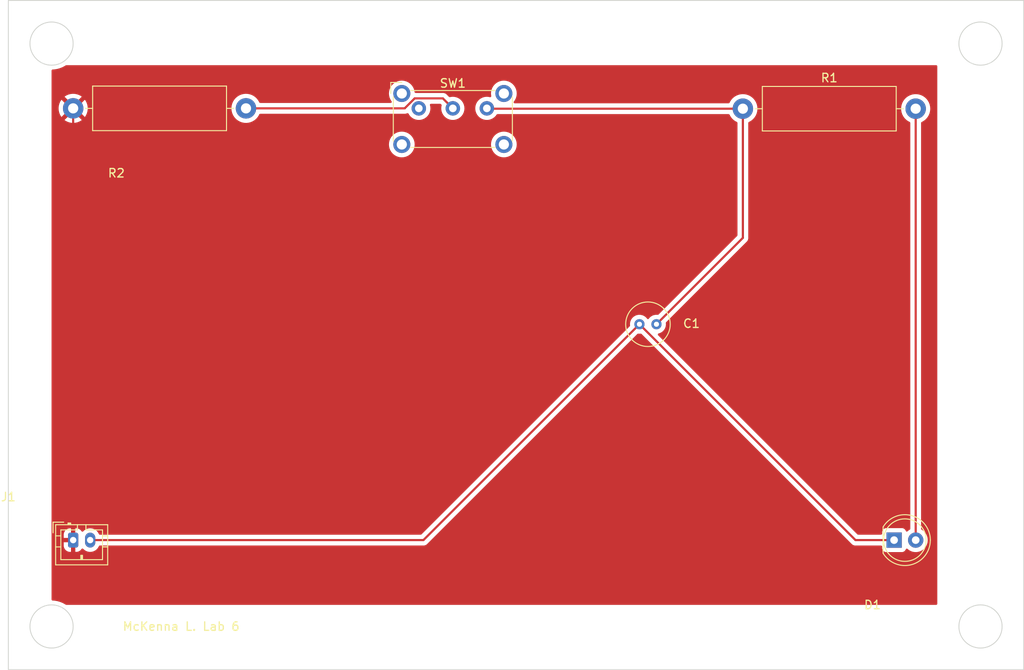
<source format=kicad_pcb>
(kicad_pcb (version 20211014) (generator pcbnew)
  (layers (0 "F.Cu" signal) (31 "B.Cu" signal) (34 "B.Paste" user) (35 "F.Paste" user) (36 "B.SilkS" user "B.Silkscreen") (37 "F.SilkS" user "F.Silkscreen") (38 "B.Mask" user) (39 "F.Mask" user) (44 "Edge.Cuts" user))
  (net 0 "")
  (net 1 "Net-(C1-Pad1)")
  (net 2 "Net-(C1-Pad2)")
  (net 3 "Net-(D1-Pad2)")
  (net 4 "Net-(J1-Pad1)")
  (net 5 "Net-(R2-Pad2)")
  (footprint "Capacitor_THT:C_Radial_D5.0mm_H5.0mm_P2.00mm" (layer "F.Cu") (at 142.24 73.66 180)
    (fp_text reference "C1" (at -4.12 0.08) (layer "F.SilkS"))
    (fp_text value "4.7 μF")
    (fp_circle (center 1 0) (end 3.62 0) (layer "F.SilkS") (width 0.12) (fill none))
    (pad "1" thru_hole circle (at 0 0 180) (size 1.2 1.2) (drill 0.6) (layers *.Cu *.Mask) (net 1 "Net-(C1-Pad1)"))
    (pad "2" thru_hole circle (at 2 0 180) (size 1.2 1.2) (drill 0.6) (layers *.Cu *.Mask) (net 2 "Net-(C1-Pad2)"))
  )
  (footprint "Connector_JST:JST_PH_B2B-PH-K_1x02_P2.00mm_Vertical" (layer "F.Cu") (at 73.66 99.06)
    (fp_text reference "J1" (at -7.62 -5.08) (layer "F.SilkS"))
    (fp_text value "9 V")
    (fp_line (start -2.36 -2.11) (end -2.36 -0.86) (layer "F.SilkS") (width 0.12))
    (fp_line (start 4.06 -0.5) (end 3.45 -0.5) (layer "F.SilkS") (width 0.12))
    (fp_line (start 0.5 -1.2) (end -1.45 -1.2) (layer "F.SilkS") (width 0.12))
    (fp_line (start -2.06 -0.5) (end -1.45 -0.5) (layer "F.SilkS") (width 0.12))
    (fp_line (start 0.9 2.3) (end 0.9 1.8) (layer "F.SilkS") (width 0.12))
    (fp_line (start 3.45 -1.2) (end 1.5 -1.2) (layer "F.SilkS") (width 0.12))
    (fp_line (start -0.6 -2.01) (end -0.6 -1.81) (layer "F.SilkS") (width 0.12))
    (fp_line (start -1.45 -1.2) (end -1.45 2.3) (layer "F.SilkS") (width 0.12))
    (fp_line (start 3.45 2.3) (end 3.45 -1.2) (layer "F.SilkS") (width 0.12))
    (fp_line (start 4.06 2.91) (end 4.06 -1.81) (layer "F.SilkS") (width 0.12))
    (fp_line (start 0.5 -1.81) (end 0.5 -1.2) (layer "F.SilkS") (width 0.12))
    (fp_line (start -2.06 0.8) (end -1.45 0.8) (layer "F.SilkS") (width 0.12))
    (fp_line (start -1.11 -2.11) (end -2.36 -2.11) (layer "F.SilkS") (width 0.12))
    (fp_line (start 1 2.3) (end 1 1.8) (layer "F.SilkS") (width 0.12))
    (fp_line (start -0.3 -1.91) (end -0.6 -1.91) (layer "F.SilkS") (width 0.12))
    (fp_line (start 4.06 0.8) (end 3.45 0.8) (layer "F.SilkS") (width 0.12))
    (fp_line (start -0.3 -1.81) (end -0.3 -2.01) (layer "F.SilkS") (width 0.12))
    (fp_line (start -2.06 2.91) (end 4.06 2.91) (layer "F.SilkS") (width 0.12))
    (fp_line (start -1.45 2.3) (end 3.45 2.3) (layer "F.SilkS") (width 0.12))
    (fp_line (start -0.3 -2.01) (end -0.6 -2.01) (layer "F.SilkS") (width 0.12))
    (fp_line (start -2.06 -1.81) (end -2.06 2.91) (layer "F.SilkS") (width 0.12))
    (fp_line (start 0.9 1.8) (end 1.1 1.8) (layer "F.SilkS") (width 0.12))
    (fp_line (start 1.1 1.8) (end 1.1 2.3) (layer "F.SilkS") (width 0.12))
    (fp_line (start 1.5 -1.2) (end 1.5 -1.81) (layer "F.SilkS") (width 0.12))
    (fp_line (start 4.06 -1.81) (end -2.06 -1.81) (layer "F.SilkS") (width 0.12))
    (pad "1" thru_hole roundrect (at 0 0) (size 1.2 1.75) (drill 0.75) (layers *.Cu *.Mask) (roundrect_rratio 0.2083333333) (net 4 "Net-(J1-Pad1)"))
    (pad "2" thru_hole oval (at 2 0) (size 1.2 1.75) (drill 0.75) (layers *.Cu *.Mask) (net 2 "Net-(C1-Pad2)"))
  )
  (footprint "Button_Switch_THT:SW_E-Switch_EG1224_SPDT_Angled" (layer "F.Cu") (at 114.3 48.26)
    (fp_text reference "SW1" (at 4 -2.95) (layer "F.SilkS"))
    (fp_text value " ")
    (fp_line (start 11 -1.35) (end 11 3.85) (layer "F.SilkS") (width 0.12))
    (fp_line (start -0.95 -2.1) (end 8.95 -2.1) (layer "F.SilkS") (width 0.12))
    (fp_line (start -3.3 -3.05) (end -2 -3.05) (layer "F.SilkS") (width 0.12))
    (fp_line (start 8.95 4.6) (end -0.95 4.6) (layer "F.SilkS") (width 0.12))
    (fp_line (start -3 3.85) (end -3 -1.35) (layer "F.SilkS") (width 0.12))
    (fp_line (start -3.3 -1.75) (end -3.3 -3.05) (layer "F.SilkS") (width 0.12))
    (pad "" thru_hole circle (at -2 4.25) (size 2 2) (drill 1.2) (layers *.Cu *.Mask))
    (pad "" thru_hole circle (at 10 4.25) (size 2 2) (drill 1.2) (layers *.Cu *.Mask))
    (pad "" thru_hole circle (at -2 -1.75) (size 2 2) (drill 1.2) (layers *.Cu *.Mask))
    (pad "" thru_hole circle (at 10 -1.75) (size 2 2) (drill 1.2) (layers *.Cu *.Mask))
    (pad "1" thru_hole circle (at 0 0) (size 1.7 1.7) (drill 0.9) (layers *.Cu *.Mask))
    (pad "2" thru_hole circle (at 4 0) (size 1.7 1.7) (drill 0.9) (layers *.Cu *.Mask) (net 5 "Net-(R2-Pad2)"))
    (pad "3" thru_hole circle (at 8 0) (size 1.7 1.7) (drill 0.9) (layers *.Cu *.Mask) (net 1 "Net-(C1-Pad1)"))
  )
  (footprint "Resistor_THT:R_Axial_DIN0516_L15.5mm_D5.0mm_P20.32mm_Horizontal" (layer "F.Cu") (at 152.4 48.3)
    (fp_text reference "R1" (at 10.16 -3.62) (layer "F.SilkS"))
    (fp_text value "20 kΩ")
    (fp_line (start 2.29 2.62) (end 18.03 2.62) (layer "F.SilkS") (width 0.12))
    (fp_line (start 18.03 -2.62) (end 2.29 -2.62) (layer "F.SilkS") (width 0.12))
    (fp_line (start 18.03 2.62) (end 18.03 -2.62) (layer "F.SilkS") (width 0.12))
    (fp_line (start 18.88 0) (end 18.03 0) (layer "F.SilkS") (width 0.12))
    (fp_line (start 1.44 0) (end 2.29 0) (layer "F.SilkS") (width 0.12))
    (fp_line (start 2.29 -2.62) (end 2.29 2.62) (layer "F.SilkS") (width 0.12))
    (pad "1" thru_hole circle (at 0 0) (size 2.4 2.4) (drill 1.2) (layers *.Cu *.Mask) (net 1 "Net-(C1-Pad1)"))
    (pad "2" thru_hole oval (at 20.32 0) (size 2.4 2.4) (drill 1.2) (layers *.Cu *.Mask) (net 3 "Net-(D1-Pad2)"))
  )
  (footprint "Resistor_THT:R_Axial_DIN0516_L15.5mm_D5.0mm_P20.32mm_Horizontal" (layer "F.Cu") (at 73.66 48.26)
    (fp_text reference "R2" (at 5.08 7.62) (layer "F.SilkS"))
    (fp_text value "2.2 kΩ")
    (fp_line (start 1.44 0) (end 2.29 0) (layer "F.SilkS") (width 0.12))
    (fp_line (start 2.29 -2.62) (end 2.29 2.62) (layer "F.SilkS") (width 0.12))
    (fp_line (start 18.88 0) (end 18.03 0) (layer "F.SilkS") (width 0.12))
    (fp_line (start 2.29 2.62) (end 18.03 2.62) (layer "F.SilkS") (width 0.12))
    (fp_line (start 18.03 2.62) (end 18.03 -2.62) (layer "F.SilkS") (width 0.12))
    (fp_line (start 18.03 -2.62) (end 2.29 -2.62) (layer "F.SilkS") (width 0.12))
    (pad "1" thru_hole circle (at 0 0) (size 2.4 2.4) (drill 1.2) (layers *.Cu *.Mask) (net 4 "Net-(J1-Pad1)"))
    (pad "2" thru_hole oval (at 20.32 0) (size 2.4 2.4) (drill 1.2) (layers *.Cu *.Mask) (net 5 "Net-(R2-Pad2)"))
  )
  (footprint "LED_THT:LED_D5.0mm" (layer "F.Cu") (at 170.18 99.06)
    (fp_text reference "D1" (at -2.54 7.62) (layer "F.SilkS"))
    (fp_text value "LED")
    (fp_line (start -1.29 -1.545) (end -1.29 1.545) (layer "F.SilkS") (width 0.12))
    (fp_arc (start 4.26 -0.000462) (mid 2.072002 2.880433) (end -1.29 1.54483) (layer "F.SilkS") (width 0.12))
    (fp_arc (start -1.29 -1.54483) (mid 2.072002 -2.880433) (end 4.26 0.000462) (layer "F.SilkS") (width 0.12))
    (fp_circle (center 1.27 0) (end 3.77 0) (layer "F.SilkS") (width 0.12) (fill none))
    (pad "1" thru_hole rect (at 0 0) (size 1.8 1.8) (drill 0.9) (layers *.Cu *.Mask) (net 2 "Net-(C1-Pad2)"))
    (pad "2" thru_hole circle (at 2.54 0) (size 1.8 1.8) (drill 0.9) (layers *.Cu *.Mask) (net 3 "Net-(D1-Pad2)"))
  )
  (gr_circle (center 71.12 109.22) (end 73.66 109.22) (layer "Edge.Cuts") (width 0.1) (fill none))
  (gr_rect (start 66.04 35.56) (end 185.42 114.3) (layer "Edge.Cuts") (width 0.1) (fill none))
  (gr_circle (center 71.12 40.64) (end 73.66 40.64) (layer "Edge.Cuts") (width 0.1) (fill none))
  (gr_circle (center 180.34 40.64) (end 182.88 40.64) (layer "Edge.Cuts") (width 0.1) (fill none))
  (gr_circle (center 180.34 109.22) (end 180.34 106.68) (layer "Edge.Cuts") (width 0.1) (fill none))
  (gr_text "McKenna L. Lab 6" (at 86.36 109.22) (layer "F.SilkS") (effects (font (size 1 1))))
  (segment (start 152.4 63.5) (end 152.4 48.3) (width 0.25) (layer "F.Cu") (net 1))
  (segment (start 122.34 48.3) (end 122.3 48.26) (width 0.25) (layer "F.Cu") (net 1))
  (segment (start 142.24 73.66) (end 152.4 63.5) (width 0.25) (layer "F.Cu") (net 1))
  (segment (start 152.4 48.3) (end 122.34 48.3) (width 0.25) (layer "F.Cu") (net 1))
  (segment (start 114.84 99.06) (end 140.24 73.66) (width 0.25) (layer "F.Cu") (net 2))
  (segment (start 75.66 99.06) (end 114.84 99.06) (width 0.25) (layer "F.Cu") (net 2))
  (segment (start 165.64 99.06) (end 140.24 73.66) (width 0.25) (layer "F.Cu") (net 2))
  (segment (start 170.18 99.06) (end 165.64 99.06) (width 0.25) (layer "F.Cu") (net 2))
  (segment (start 172.72 99.06) (end 172.72 48.3) (width 0.25) (layer "F.Cu") (net 3))
  (segment (start 73.66 48.26) (end 73.66 99.06) (width 0.25) (layer "F.Cu") (net 4))
  (segment (start 113.813299 47.085) (end 112.638299 48.26) (width 0.25) (layer "F.Cu") (net 5))
  (segment (start 117.125 47.085) (end 113.813299 47.085) (width 0.25) (layer "F.Cu") (net 5))
  (segment (start 118.3 48.26) (end 117.125 47.085) (width 0.25) (layer "F.Cu") (net 5))
  (segment (start 112.638299 48.26) (end 93.98 48.26) (width 0.25) (layer "F.Cu") (net 5))
  (zone (net 4) (net_name "Net-(J1-Pad1)") (layer "F.Cu") (connect_pads (clearance 0.508)) (min_thickness 0.254) (fill yes (thermal_gap 0.508) (thermal_bridge_width 0.508))
    (polygon (pts (xy 175.26 106.68) (xy 71.12 106.68) (xy 71.12 43.18) (xy 175.26 43.18)))
  )
)
</source>
